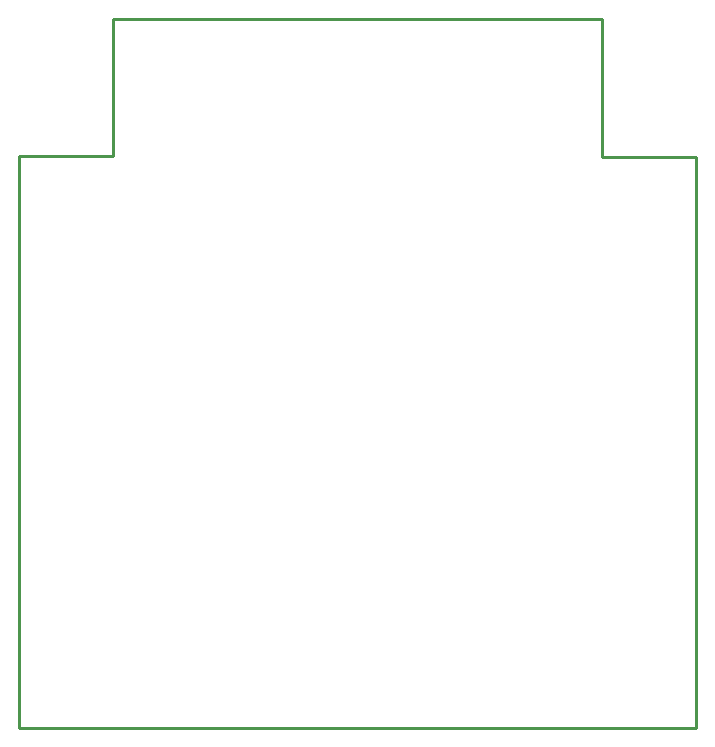
<source format=gbr>
G04 EAGLE Gerber RS-274X export*
G75*
%MOIN*%
%FSLAX34Y34*%
%LPD*%
%IN*%
%IPPOS*%
%AMOC8*
5,1,8,0,0,1.08239X$1,22.5*%
G01*
G04 Define Apertures*
%ADD10C,0.010000*%
D10*
X0Y3543D02*
X22598Y3543D01*
X22598Y22559D01*
X19449Y22559D01*
X19449Y27165D01*
X3150Y27165D01*
X3150Y22598D01*
X0Y22598D01*
X0Y3543D01*
M02*

</source>
